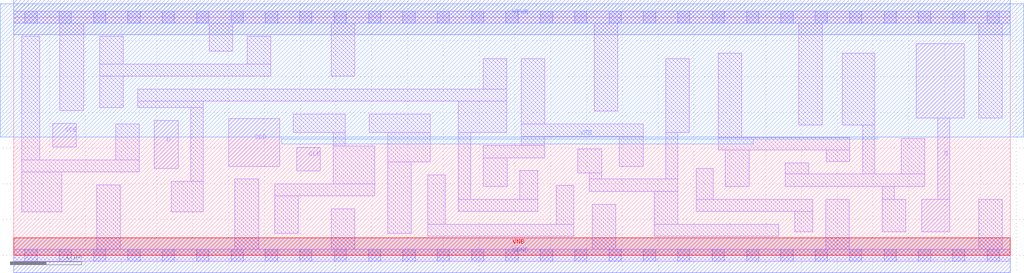
<source format=lef>
# Copyright 2020 The SkyWater PDK Authors
#
# Licensed under the Apache License, Version 2.0 (the "License");
# you may not use this file except in compliance with the License.
# You may obtain a copy of the License at
#
#     https://www.apache.org/licenses/LICENSE-2.0
#
# Unless required by applicable law or agreed to in writing, software
# distributed under the License is distributed on an "AS IS" BASIS,
# WITHOUT WARRANTIES OR CONDITIONS OF ANY KIND, either express or implied.
# See the License for the specific language governing permissions and
# limitations under the License.
#
# SPDX-License-Identifier: Apache-2.0

VERSION 5.7 ;
  NOWIREEXTENSIONATPIN ON ;
  DIVIDERCHAR "/" ;
  BUSBITCHARS "[]" ;
MACRO sky130_fd_sc_lp__sdfxtp_lp
  CLASS CORE ;
  FOREIGN sky130_fd_sc_lp__sdfxtp_lp ;
  ORIGIN  0.000000  0.000000 ;
  SIZE  13.92000 BY  3.330000 ;
  SYMMETRY X Y R90 ;
  SITE unit ;
  PIN D
    ANTENNAGATEAREA  0.313000 ;
    DIRECTION INPUT ;
    USE SIGNAL ;
    PORT
      LAYER li1 ;
        RECT 1.965000 1.215000 2.295000 1.885000 ;
    END
  END D
  PIN Q
    ANTENNADIFFAREA  0.404700 ;
    DIRECTION OUTPUT ;
    USE SIGNAL ;
    PORT
      LAYER li1 ;
        RECT 12.605000 1.920000 13.275000 2.960000 ;
        RECT 12.685000 0.325000 13.075000 0.785000 ;
        RECT 12.905000 0.785000 13.075000 1.920000 ;
    END
  END Q
  PIN SCD
    ANTENNAGATEAREA  0.313000 ;
    DIRECTION INPUT ;
    USE SIGNAL ;
    PORT
      LAYER li1 ;
        RECT 3.005000 1.245000 3.715000 1.915000 ;
    END
  END SCD
  PIN SCE
    ANTENNAGATEAREA  0.689000 ;
    DIRECTION INPUT ;
    USE SIGNAL ;
    PORT
      LAYER li1 ;
        RECT 0.545000 1.515000 0.875000 1.845000 ;
    END
  END SCE
  PIN CLK
    ANTENNAGATEAREA  0.376000 ;
    DIRECTION INPUT ;
    USE CLOCK ;
    PORT
      LAYER li1 ;
        RECT 3.950000 1.180000 4.280000 1.510000 ;
    END
  END CLK
  PIN VGND
    DIRECTION INOUT ;
    USE GROUND ;
    PORT
      LAYER met1 ;
        RECT 0.000000 -0.245000 13.920000 0.245000 ;
    END
  END VGND
  PIN VNB
    DIRECTION INOUT ;
    USE GROUND ;
    PORT
      LAYER pwell ;
        RECT 0.000000 0.000000 13.920000 0.245000 ;
    END
  END VNB
  PIN VPB
    DIRECTION INOUT ;
    USE POWER ;
    PORT
      LAYER nwell ;
        RECT -0.190000 1.655000 14.110000 3.520000 ;
        RECT  3.745000 1.555000 10.330000 1.625000 ;
        RECT  3.745000 1.625000 12.060000 1.655000 ;
    END
  END VPB
  PIN VPWR
    DIRECTION INOUT ;
    USE POWER ;
    PORT
      LAYER met1 ;
        RECT 0.000000 3.085000 13.920000 3.575000 ;
    END
  END VPWR
  OBS
    LAYER li1 ;
      RECT  0.000000 -0.085000 13.920000 0.085000 ;
      RECT  0.000000  3.245000 13.920000 3.415000 ;
      RECT  0.115000  0.605000  0.670000 1.165000 ;
      RECT  0.115000  1.165000  1.755000 1.335000 ;
      RECT  0.115000  1.335000  0.365000 3.065000 ;
      RECT  0.645000  2.025000  0.975000 3.245000 ;
      RECT  1.160000  0.085000  1.490000 0.985000 ;
      RECT  1.200000  2.065000  1.530000 2.505000 ;
      RECT  1.200000  2.505000  3.590000 2.675000 ;
      RECT  1.200000  2.675000  1.530000 3.065000 ;
      RECT  1.425000  1.335000  1.755000 1.835000 ;
      RECT  1.730000  2.065000  2.645000 2.155000 ;
      RECT  1.730000  2.155000  6.885000 2.325000 ;
      RECT  2.200000  0.605000  2.645000 1.035000 ;
      RECT  2.475000  1.035000  2.645000 2.065000 ;
      RECT  2.730000  2.855000  3.060000 3.245000 ;
      RECT  3.090000  0.085000  3.420000 1.065000 ;
      RECT  3.260000  2.675000  3.590000 3.065000 ;
      RECT  3.645000  0.310000  3.975000 0.830000 ;
      RECT  3.645000  0.830000  5.045000 1.000000 ;
      RECT  3.905000  1.715000  4.630000 1.975000 ;
      RECT  4.435000  0.085000  4.765000 0.650000 ;
      RECT  4.435000  2.505000  4.765000 3.245000 ;
      RECT  4.460000  1.000000  5.045000 1.530000 ;
      RECT  4.460000  1.530000  4.630000 1.715000 ;
      RECT  4.965000  1.715000  5.820000 1.975000 ;
      RECT  5.225000  0.310000  5.555000 1.305000 ;
      RECT  5.225000  1.305000  5.820000 1.715000 ;
      RECT  5.780000  0.265000  7.825000 0.435000 ;
      RECT  5.780000  0.435000  6.030000 1.125000 ;
      RECT  6.210000  0.615000  7.320000 0.785000 ;
      RECT  6.210000  0.785000  6.380000 1.715000 ;
      RECT  6.210000  1.715000  6.885000 2.155000 ;
      RECT  6.555000  2.325000  6.885000 2.755000 ;
      RECT  6.560000  0.965000  6.890000 1.365000 ;
      RECT  6.560000  1.365000  7.415000 1.535000 ;
      RECT  7.070000  0.785000  7.320000 1.185000 ;
      RECT  7.085000  1.535000  7.415000 1.665000 ;
      RECT  7.085000  1.665000  8.790000 1.835000 ;
      RECT  7.085000  1.835000  7.415000 2.755000 ;
      RECT  7.575000  0.435000  7.825000 0.975000 ;
      RECT  7.880000  1.155000  8.210000 1.485000 ;
      RECT  8.040000  0.895000  9.275000 1.065000 ;
      RECT  8.040000  1.065000  8.210000 1.155000 ;
      RECT  8.080000  0.085000  8.410000 0.715000 ;
      RECT  8.105000  2.015000  8.435000 3.245000 ;
      RECT  8.460000  1.245000  8.790000 1.665000 ;
      RECT  8.945000  0.265000 10.685000 0.435000 ;
      RECT  8.945000  0.435000  9.275000 0.895000 ;
      RECT  9.105000  1.065000  9.275000 1.715000 ;
      RECT  9.105000  1.715000  9.435000 2.755000 ;
      RECT  9.530000  0.615000 11.160000 0.785000 ;
      RECT  9.530000  0.785000  9.770000 1.215000 ;
      RECT  9.840000  1.475000 11.675000 1.645000 ;
      RECT  9.840000  1.645000 10.170000 2.825000 ;
      RECT  9.940000  0.965000 10.270000 1.475000 ;
      RECT 10.775000  0.965000 12.725000 1.135000 ;
      RECT 10.775000  1.135000 11.105000 1.295000 ;
      RECT 10.910000  0.325000 11.160000 0.615000 ;
      RECT 10.965000  1.825000 11.295000 3.245000 ;
      RECT 11.340000  0.085000 11.670000 0.785000 ;
      RECT 11.345000  1.315000 11.675000 1.475000 ;
      RECT 11.570000  1.825000 12.025000 2.825000 ;
      RECT 11.855000  1.135000 12.025000 1.825000 ;
      RECT 12.130000  0.325000 12.460000 0.785000 ;
      RECT 12.130000  0.785000 12.300000 0.965000 ;
      RECT 12.395000  1.135000 12.725000 1.635000 ;
      RECT 13.475000  0.085000 13.805000 0.785000 ;
      RECT 13.475000  1.920000 13.805000 3.245000 ;
    LAYER mcon ;
      RECT  0.155000 -0.085000  0.325000 0.085000 ;
      RECT  0.155000  3.245000  0.325000 3.415000 ;
      RECT  0.635000 -0.085000  0.805000 0.085000 ;
      RECT  0.635000  3.245000  0.805000 3.415000 ;
      RECT  1.115000 -0.085000  1.285000 0.085000 ;
      RECT  1.115000  3.245000  1.285000 3.415000 ;
      RECT  1.595000 -0.085000  1.765000 0.085000 ;
      RECT  1.595000  3.245000  1.765000 3.415000 ;
      RECT  2.075000 -0.085000  2.245000 0.085000 ;
      RECT  2.075000  3.245000  2.245000 3.415000 ;
      RECT  2.555000 -0.085000  2.725000 0.085000 ;
      RECT  2.555000  3.245000  2.725000 3.415000 ;
      RECT  3.035000 -0.085000  3.205000 0.085000 ;
      RECT  3.035000  3.245000  3.205000 3.415000 ;
      RECT  3.515000 -0.085000  3.685000 0.085000 ;
      RECT  3.515000  3.245000  3.685000 3.415000 ;
      RECT  3.995000 -0.085000  4.165000 0.085000 ;
      RECT  3.995000  3.245000  4.165000 3.415000 ;
      RECT  4.475000 -0.085000  4.645000 0.085000 ;
      RECT  4.475000  3.245000  4.645000 3.415000 ;
      RECT  4.955000 -0.085000  5.125000 0.085000 ;
      RECT  4.955000  3.245000  5.125000 3.415000 ;
      RECT  5.435000 -0.085000  5.605000 0.085000 ;
      RECT  5.435000  3.245000  5.605000 3.415000 ;
      RECT  5.915000 -0.085000  6.085000 0.085000 ;
      RECT  5.915000  3.245000  6.085000 3.415000 ;
      RECT  6.395000 -0.085000  6.565000 0.085000 ;
      RECT  6.395000  3.245000  6.565000 3.415000 ;
      RECT  6.875000 -0.085000  7.045000 0.085000 ;
      RECT  6.875000  3.245000  7.045000 3.415000 ;
      RECT  7.355000 -0.085000  7.525000 0.085000 ;
      RECT  7.355000  3.245000  7.525000 3.415000 ;
      RECT  7.835000 -0.085000  8.005000 0.085000 ;
      RECT  7.835000  3.245000  8.005000 3.415000 ;
      RECT  8.315000 -0.085000  8.485000 0.085000 ;
      RECT  8.315000  3.245000  8.485000 3.415000 ;
      RECT  8.795000 -0.085000  8.965000 0.085000 ;
      RECT  8.795000  3.245000  8.965000 3.415000 ;
      RECT  9.275000 -0.085000  9.445000 0.085000 ;
      RECT  9.275000  3.245000  9.445000 3.415000 ;
      RECT  9.755000 -0.085000  9.925000 0.085000 ;
      RECT  9.755000  3.245000  9.925000 3.415000 ;
      RECT 10.235000 -0.085000 10.405000 0.085000 ;
      RECT 10.235000  3.245000 10.405000 3.415000 ;
      RECT 10.715000 -0.085000 10.885000 0.085000 ;
      RECT 10.715000  3.245000 10.885000 3.415000 ;
      RECT 11.195000 -0.085000 11.365000 0.085000 ;
      RECT 11.195000  3.245000 11.365000 3.415000 ;
      RECT 11.675000 -0.085000 11.845000 0.085000 ;
      RECT 11.675000  3.245000 11.845000 3.415000 ;
      RECT 12.155000 -0.085000 12.325000 0.085000 ;
      RECT 12.155000  3.245000 12.325000 3.415000 ;
      RECT 12.635000 -0.085000 12.805000 0.085000 ;
      RECT 12.635000  3.245000 12.805000 3.415000 ;
      RECT 13.115000 -0.085000 13.285000 0.085000 ;
      RECT 13.115000  3.245000 13.285000 3.415000 ;
      RECT 13.595000 -0.085000 13.765000 0.085000 ;
      RECT 13.595000  3.245000 13.765000 3.415000 ;
  END
END sky130_fd_sc_lp__sdfxtp_lp
END LIBRARY

</source>
